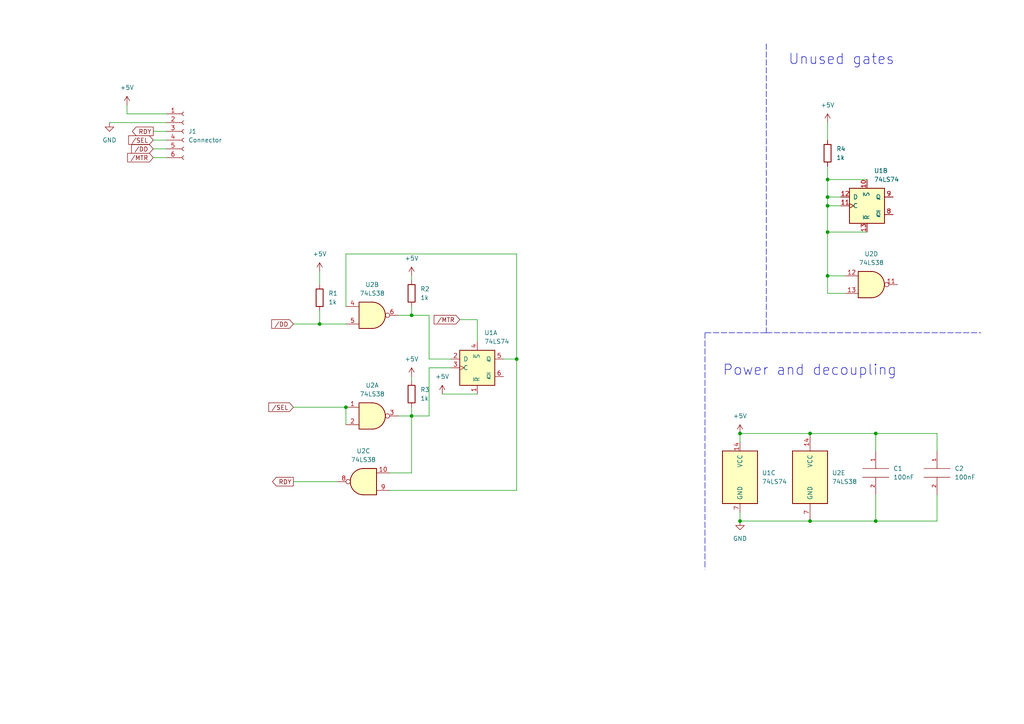
<source format=kicad_sch>
(kicad_sch (version 20211123) (generator eeschema)
  (paper "A4")
  (lib_symbols
    (symbol "74xx:74LS38" (pin_names (offset 1.016))
      (property "Reference" "U" (at 0 1.27 0))
      (property "Value" "74LS38" (at 0 -1.27 0))
      (symbol "74LS38_1_1"
        (arc (start 0 -3.81) (mid 3.81 0) (end 0 3.81) (stroke (width 0.254)) (fill (type background)))
        (polyline (pts (xy 0 3.81) (xy -3.81 3.81) (xy -3.81 -3.81) (xy 0 -3.81)) (stroke (width 0.254)) (fill (type background)))
        (pin input line (at -7.62 2.54 0) (length 3.81) (name "~") (number "1"))
        (pin input line (at -7.62 -2.54 0) (length 3.81) (name "~") (number "2"))
        (pin open_collector inverted (at 7.62 0 180) (length 3.81) (name "~") (number "3"))
      )
      (symbol "74LS38_1_2"
        (arc (start -3.81 -3.81) (mid -2.589 0) (end -3.81 3.81) (stroke (width 0.254)))
        (arc (start -0.6096 -3.81) (mid 2.1842 -2.5851) (end 3.81 0) (stroke (width 0.254)) (fill (type background)))
        (polyline (pts (xy -3.81 -3.81) (xy -0.635 -3.81)) (stroke (width 0.254)) (fill (type background)))
        (polyline (pts (xy -3.81 3.81) (xy -0.635 3.81)) (stroke (width 0.254)) (fill (type background)))
        (polyline (pts (xy -0.635 3.81) (xy -3.81 3.81) (xy -3.81 3.81) (xy -3.556 3.4036) (xy -3.0226 2.2606) (xy -2.6924 1.0414) (xy -2.6162 -0.254) (xy -2.7686 -1.4986) (xy -3.175 -2.7178) (xy -3.81 -3.81) (xy -3.81 -3.81) (xy -0.635 -3.81)) (stroke (width -25.4)) (fill (type background)))
        (arc (start 3.81 0) (mid 2.1915 2.5936) (end -0.6096 3.81) (stroke (width 0.254)) (fill (type background)))
        (pin input inverted (at -7.62 2.54 0) (length 4.318) (name "~") (number "1"))
        (pin input inverted (at -7.62 -2.54 0) (length 4.318) (name "~") (number "2"))
        (pin open_collector line (at 7.62 0 180) (length 3.81) (name "~") (number "3"))
      )
      (symbol "74LS38_2_1"
        (arc (start 0 -3.81) (mid 3.81 0) (end 0 3.81) (stroke (width 0.254)) (fill (type background)))
        (polyline (pts (xy 0 3.81) (xy -3.81 3.81) (xy -3.81 -3.81) (xy 0 -3.81)) (stroke (width 0.254)) (fill (type background)))
        (pin input line (at -7.62 2.54 0) (length 3.81) (name "~") (number "4"))
        (pin input line (at -7.62 -2.54 0) (length 3.81) (name "~") (number "5"))
        (pin open_collector inverted (at 7.62 0 180) (length 3.81) (name "~") (number "6"))
      )
      (symbol "74LS38_2_2"
        (arc (start -3.81 -3.81) (mid -2.589 0) (end -3.81 3.81) (stroke (width 0.254)))
        (arc (start -0.6096 -3.81) (mid 2.1842 -2.5851) (end 3.81 0) (stroke (width 0.254)) (fill (type background)))
        (polyline (pts (xy -3.81 -3.81) (xy -0.635 -3.81)) (stroke (width 0.254)) (fill (type background)))
        (polyline (pts (xy -3.81 3.81) (xy -0.635 3.81)) (stroke (width 0.254)) (fill (type background)))
        (polyline (pts (xy -0.635 3.81) (xy -3.81 3.81) (xy -3.81 3.81) (xy -3.556 3.4036) (xy -3.0226 2.2606) (xy -2.6924 1.0414) (xy -2.6162 -0.254) (xy -2.7686 -1.4986) (xy -3.175 -2.7178) (xy -3.81 -3.81) (xy -3.81 -3.81) (xy -0.635 -3.81)) (stroke (width -25.4)) (fill (type background)))
        (arc (start 3.81 0) (mid 2.1915 2.5936) (end -0.6096 3.81) (stroke (width 0.254)) (fill (type background)))
        (pin input inverted (at -7.62 2.54 0) (length 4.318) (name "~") (number "4"))
        (pin input inverted (at -7.62 -2.54 0) (length 4.318) (name "~") (number "5"))
        (pin open_collector line (at 7.62 0 180) (length 3.81) (name "~") (number "6"))
      )
      (symbol "74LS38_3_1"
        (arc (start 0 -3.81) (mid 3.81 0) (end 0 3.81) (stroke (width 0.254)) (fill (type background)))
        (polyline (pts (xy 0 3.81) (xy -3.81 3.81) (xy -3.81 -3.81) (xy 0 -3.81)) (stroke (width 0.254)) (fill (type background)))
        (pin input line (at -7.62 -2.54 0) (length 3.81) (name "~") (number "10"))
        (pin open_collector inverted (at 7.62 0 180) (length 3.81) (name "~") (number "8"))
        (pin input line (at -7.62 2.54 0) (length 3.81) (name "~") (number "9"))
      )
      (symbol "74LS38_3_2"
        (arc (start -3.81 -3.81) (mid -2.589 0) (end -3.81 3.81) (stroke (width 0.254)))
        (arc (start -0.6096 -3.81) (mid 2.1842 -2.5851) (end 3.81 0) (stroke (width 0.254)) (fill (type background)))
        (polyline (pts (xy -3.81 -3.81) (xy -0.635 -3.81)) (stroke (width 0.254)) (fill (type background)))
        (polyline (pts (xy -3.81 3.81) (xy -0.635 3.81)) (stroke (width 0.254)) (fill (type background)))
        (polyline (pts (xy -0.635 3.81) (xy -3.81 3.81) (xy -3.81 3.81) (xy -3.556 3.4036) (xy -3.0226 2.2606) (xy -2.6924 1.0414) (xy -2.6162 -0.254) (xy -2.7686 -1.4986) (xy -3.175 -2.7178) (xy -3.81 -3.81) (xy -3.81 -3.81) (xy -0.635 -3.81)) (stroke (width -25.4)) (fill (type background)))
        (arc (start 3.81 0) (mid 2.1915 2.5936) (end -0.6096 3.81) (stroke (width 0.254)) (fill (type background)))
        (pin input inverted (at -7.62 -2.54 0) (length 4.318) (name "~") (number "10"))
        (pin open_collector line (at 7.62 0 180) (length 3.81) (name "~") (number "8"))
        (pin input inverted (at -7.62 2.54 0) (length 4.318) (name "~") (number "9"))
      )
      (symbol "74LS38_4_1"
        (arc (start 0 -3.81) (mid 3.81 0) (end 0 3.81) (stroke (width 0.254)) (fill (type background)))
        (polyline (pts (xy 0 3.81) (xy -3.81 3.81) (xy -3.81 -3.81) (xy 0 -3.81)) (stroke (width 0.254)) (fill (type background)))
        (pin open_collector inverted (at 7.62 0 180) (length 3.81) (name "~") (number "11"))
        (pin input line (at -7.62 2.54 0) (length 3.81) (name "~") (number "12"))
        (pin input line (at -7.62 -2.54 0) (length 3.81) (name "~") (number "13"))
      )
      (symbol "74LS38_4_2"
        (arc (start -3.81 -3.81) (mid -2.589 0) (end -3.81 3.81) (stroke (width 0.254)))
        (arc (start -0.6096 -3.81) (mid 2.1842 -2.5851) (end 3.81 0) (stroke (width 0.254)) (fill (type background)))
        (polyline (pts (xy -3.81 -3.81) (xy -0.635 -3.81)) (stroke (width 0.254)) (fill (type background)))
        (polyline (pts (xy -3.81 3.81) (xy -0.635 3.81)) (stroke (width 0.254)) (fill (type background)))
        (polyline (pts (xy -0.635 3.81) (xy -3.81 3.81) (xy -3.81 3.81) (xy -3.556 3.4036) (xy -3.0226 2.2606) (xy -2.6924 1.0414) (xy -2.6162 -0.254) (xy -2.7686 -1.4986) (xy -3.175 -2.7178) (xy -3.81 -3.81) (xy -3.81 -3.81) (xy -0.635 -3.81)) (stroke (width -25.4)) (fill (type background)))
        (arc (start 3.81 0) (mid 2.1915 2.5936) (end -0.6096 3.81) (stroke (width 0.254)) (fill (type background)))
        (pin open_collector line (at 7.62 0 180) (length 3.81) (name "~") (number "11"))
        (pin input inverted (at -7.62 2.54 0) (length 4.318) (name "~") (number "12"))
        (pin input inverted (at -7.62 -2.54 0) (length 4.318) (name "~") (number "13"))
      )
      (symbol "74LS38_5_0"
        (pin power_in line (at 0 12.7 270) (length 5.08) (name "VCC") (number "14"))
        (pin power_in line (at 0 -12.7 90) (length 5.08) (name "GND") (number "7"))
      )
      (symbol "74LS38_5_1"
        (rectangle (start -5.08 7.62) (end 5.08 -7.62) (stroke (width 0.254)) (fill (type background)))
      )
    )
    (symbol "74xx:74LS74" (pin_names (offset 1.016))
      (property "Reference" "U" (at -7.62 8.89 0))
      (property "Value" "74LS74" (at -7.62 -8.89 0))
      (symbol "74LS74_1_0"
        (pin input line (at 0 -7.62 90) (length 2.54) (name "~{R}") (number "1"))
        (pin input line (at -7.62 2.54 0) (length 2.54) (name "D") (number "2"))
        (pin input clock (at -7.62 0 0) (length 2.54) (name "C") (number "3"))
        (pin input line (at 0 7.62 270) (length 2.54) (name "~{S}") (number "4"))
        (pin output line (at 7.62 2.54 180) (length 2.54) (name "Q") (number "5"))
        (pin output line (at 7.62 -2.54 180) (length 2.54) (name "~{Q}") (number "6"))
      )
      (symbol "74LS74_1_1"
        (rectangle (start -5.08 5.08) (end 5.08 -5.08) (stroke (width 0.254)) (fill (type background)))
      )
      (symbol "74LS74_2_0"
        (pin input line (at 0 7.62 270) (length 2.54) (name "~{S}") (number "10"))
        (pin input clock (at -7.62 0 0) (length 2.54) (name "C") (number "11"))
        (pin input line (at -7.62 2.54 0) (length 2.54) (name "D") (number "12"))
        (pin input line (at 0 -7.62 90) (length 2.54) (name "~{R}") (number "13"))
        (pin output line (at 7.62 -2.54 180) (length 2.54) (name "~{Q}") (number "8"))
        (pin output line (at 7.62 2.54 180) (length 2.54) (name "Q") (number "9"))
      )
      (symbol "74LS74_2_1"
        (rectangle (start -5.08 5.08) (end 5.08 -5.08) (stroke (width 0.254)) (fill (type background)))
      )
      (symbol "74LS74_3_0"
        (pin power_in line (at 0 10.16 270) (length 2.54) (name "VCC") (number "14"))
        (pin power_in line (at 0 -10.16 90) (length 2.54) (name "GND") (number "7"))
      )
      (symbol "74LS74_3_1"
        (rectangle (start -5.08 7.62) (end 5.08 -7.62) (stroke (width 0.254)) (fill (type background)))
      )
    )
    (symbol "Connector:Conn_01x06_Female" (pin_names (offset 1.016) hide)
      (property "Reference" "J" (at 0 7.62 0))
      (property "Value" "Conn_01x06_Female" (at 0 -10.16 0))
      (symbol "Conn_01x06_Female_1_1"
        (arc (start 0 -7.112) (mid -0.508 -7.62) (end 0 -8.128) (stroke (width 0.1524)))
        (arc (start 0 -4.572) (mid -0.508 -5.08) (end 0 -5.588) (stroke (width 0.1524)))
        (arc (start 0 -2.032) (mid -0.508 -2.54) (end 0 -3.048) (stroke (width 0.1524)))
        (polyline (pts (xy -1.27 -7.62) (xy -0.508 -7.62)) (stroke (width 0.1524)))
        (polyline (pts (xy -1.27 -5.08) (xy -0.508 -5.08)) (stroke (width 0.1524)))
        (polyline (pts (xy -1.27 -2.54) (xy -0.508 -2.54)) (stroke (width 0.1524)))
        (polyline (pts (xy -1.27 0) (xy -0.508 0)) (stroke (width 0.1524)))
        (polyline (pts (xy -1.27 2.54) (xy -0.508 2.54)) (stroke (width 0.1524)))
        (polyline (pts (xy -1.27 5.08) (xy -0.508 5.08)) (stroke (width 0.1524)))
        (arc (start 0 0.508) (mid -0.508 0) (end 0 -0.508) (stroke (width 0.1524)))
        (arc (start 0 3.048) (mid -0.508 2.54) (end 0 2.032) (stroke (width 0.1524)))
        (arc (start 0 5.588) (mid -0.508 5.08) (end 0 4.572) (stroke (width 0.1524)))
        (pin passive line (at -5.08 5.08 0) (length 3.81) (name "Pin_1") (number "1"))
        (pin passive line (at -5.08 2.54 0) (length 3.81) (name "Pin_2") (number "2"))
        (pin passive line (at -5.08 0 0) (length 3.81) (name "Pin_3") (number "3"))
        (pin passive line (at -5.08 -2.54 0) (length 3.81) (name "Pin_4") (number "4"))
        (pin passive line (at -5.08 -5.08 0) (length 3.81) (name "Pin_5") (number "5"))
        (pin passive line (at -5.08 -7.62 0) (length 3.81) (name "Pin_6") (number "6"))
      )
    )
    (symbol "Device:R" (pin_numbers hide) (pin_names (offset 0))
      (property "Reference" "R" (at 2.032 0 90))
      (property "Value" "R" (at 0 0 90))
      (symbol "R_0_1"
        (rectangle (start -1.016 -2.54) (end 1.016 2.54) (stroke (width 0.254)))
      )
      (symbol "R_1_1"
        (pin passive line (at 0 3.81 270) (length 1.27) (name "~") (number "1"))
        (pin passive line (at 0 -3.81 90) (length 1.27) (name "~") (number "2"))
      )
    )
    (symbol "power:+5V" (power) (pin_names (offset 0))
      (property "Value" "+5V" (at 0 3.556 0))
      (symbol "+5V_0_1"
        (polyline (pts (xy -0.762 1.27) (xy 0 2.54)))
        (polyline (pts (xy 0 0) (xy 0 2.54)))
        (polyline (pts (xy 0 2.54) (xy 0.762 1.27)))
      )
      (symbol "+5V_1_1"
        (pin power_in line (at 0 0 90) (length 0) hide (name "+5V") (number "1"))
      )
    )
    (symbol "power:GND" (power) (pin_names (offset 0))
      (property "Value" "GND" (at 0 -3.81 0))
      (symbol "GND_0_1"
        (polyline (pts (xy 0 0) (xy 0 -1.27) (xy 1.27 -1.27) (xy 0 -2.54) (xy -1.27 -1.27) (xy 0 -1.27)))
      )
      (symbol "GND_1_1"
        (pin power_in line (at 0 0 270) (length 0) hide (name "GND") (number "1"))
      )
    )
    (symbol "pspice:C" (pin_names (offset 0.254))
      (property "Reference" "C" (at 2.54 3.81 90))
      (property "Value" "C" (at 2.54 -3.81 90))
      (symbol "C_0_1"
        (polyline (pts (xy -3.81 -1.27) (xy 3.81 -1.27)))
        (polyline (pts (xy -3.81 1.27) (xy 3.81 1.27)))
      )
      (symbol "C_1_1"
        (pin passive line (at 0 6.35 270) (length 5.08) (name "~") (number "1"))
        (pin passive line (at 0 -6.35 90) (length 5.08) (name "~") (number "2"))
      )
    )
  )
  (junction (at 254 151.13))
  (junction (at 240.03 67.31))
  (junction (at 240.03 80.01))
  (junction (at 214.63 125.73))
  (junction (at 149.86 104.14))
  (junction (at 234.95 125.73))
  (junction (at 240.03 52.07))
  (junction (at 92.71 93.98))
  (junction (at 119.38 91.44))
  (junction (at 234.95 151.13))
  (junction (at 254 125.73))
  (junction (at 214.63 151.13))
  (junction (at 240.03 59.69))
  (junction (at 240.03 57.15))
  (junction (at 119.38 120.65))
  (junction (at 100.33 118.11))
  (wire (pts (xy 100.33 73.66) (xy 100.33 88.9)))
  (wire (pts (xy 119.38 109.22) (xy 119.38 110.49)))
  (wire (pts (xy 36.83 33.02) (xy 48.26 33.02)))
  (wire (pts (xy 149.86 73.66) (xy 149.86 104.14)))
  (wire (pts (xy 92.71 93.98) (xy 100.33 93.98)))
  (wire (pts (xy 240.03 57.15) (xy 240.03 52.07)))
  (wire (pts (xy 119.38 118.11) (xy 119.38 120.65)))
  (wire (pts (xy 124.46 91.44) (xy 124.46 104.14)))
  (wire (pts (xy 119.38 91.44) (xy 124.46 91.44)))
  (wire (pts (xy 119.38 137.16) (xy 119.38 120.65)))
  (wire (pts (xy 113.03 137.16) (xy 119.38 137.16)))
  (wire (pts (xy 234.95 125.73) (xy 254 125.73)))
  (wire (pts (xy 44.45 40.64) (xy 48.26 40.64)))
  (wire (pts (xy 240.03 67.31) (xy 240.03 59.69)))
  (wire (pts (xy 124.46 106.68) (xy 130.81 106.68)))
  (wire (pts (xy 138.43 92.71) (xy 138.43 99.06)))
  (polyline (pts (xy 222.25 96.52) (xy 284.48 96.52)))
  (wire (pts (xy 44.45 45.72) (xy 48.26 45.72)))
  (wire (pts (xy 240.03 67.31) (xy 251.46 67.31)))
  (wire (pts (xy 271.78 151.13) (xy 271.78 143.51)))
  (wire (pts (xy 254 125.73) (xy 271.78 125.73)))
  (wire (pts (xy 100.33 73.66) (xy 149.86 73.66)))
  (wire (pts (xy 31.75 35.56) (xy 48.26 35.56)))
  (wire (pts (xy 234.95 151.13) (xy 254 151.13)))
  (wire (pts (xy 214.63 148.59) (xy 214.63 151.13)))
  (wire (pts (xy 115.57 120.65) (xy 119.38 120.65)))
  (wire (pts (xy 240.03 35.56) (xy 240.03 40.64)))
  (wire (pts (xy 254 151.13) (xy 271.78 151.13)))
  (wire (pts (xy 92.71 90.17) (xy 92.71 93.98)))
  (wire (pts (xy 133.35 92.71) (xy 138.43 92.71)))
  (wire (pts (xy 271.78 125.73) (xy 271.78 130.81)))
  (wire (pts (xy 44.45 38.1) (xy 48.26 38.1)))
  (polyline (pts (xy 204.47 96.52) (xy 204.47 165.1)))
  (wire (pts (xy 254 125.73) (xy 254 130.81)))
  (wire (pts (xy 149.86 104.14) (xy 146.05 104.14)))
  (wire (pts (xy 214.63 125.73) (xy 234.95 125.73)))
  (wire (pts (xy 243.84 57.15) (xy 240.03 57.15)))
  (wire (pts (xy 240.03 85.09) (xy 240.03 80.01)))
  (wire (pts (xy 149.86 104.14) (xy 149.86 142.24)))
  (wire (pts (xy 44.45 43.18) (xy 48.26 43.18)))
  (wire (pts (xy 85.09 93.98) (xy 92.71 93.98)))
  (polyline (pts (xy 222.25 96.52) (xy 204.47 96.52)))
  (wire (pts (xy 113.03 142.24) (xy 149.86 142.24)))
  (wire (pts (xy 85.09 139.7) (xy 97.79 139.7)))
  (wire (pts (xy 124.46 104.14) (xy 130.81 104.14)))
  (wire (pts (xy 240.03 52.07) (xy 251.46 52.07)))
  (wire (pts (xy 254 151.13) (xy 254 143.51)))
  (wire (pts (xy 100.33 118.11) (xy 100.33 123.19)))
  (wire (pts (xy 240.03 48.26) (xy 240.03 52.07)))
  (wire (pts (xy 85.09 118.11) (xy 100.33 118.11)))
  (wire (pts (xy 119.38 120.65) (xy 124.46 120.65)))
  (wire (pts (xy 128.27 114.3) (xy 138.43 114.3)))
  (polyline (pts (xy 222.25 12.7) (xy 222.25 96.52)))
  (wire (pts (xy 124.46 120.65) (xy 124.46 106.68)))
  (wire (pts (xy 245.11 80.01) (xy 240.03 80.01)))
  (wire (pts (xy 92.71 78.74) (xy 92.71 82.55)))
  (wire (pts (xy 115.57 91.44) (xy 119.38 91.44)))
  (wire (pts (xy 240.03 80.01) (xy 240.03 67.31)))
  (wire (pts (xy 214.63 151.13) (xy 234.95 151.13)))
  (wire (pts (xy 214.63 125.73) (xy 214.63 128.27)))
  (wire (pts (xy 119.38 88.9) (xy 119.38 91.44)))
  (wire (pts (xy 243.84 59.69) (xy 240.03 59.69)))
  (wire (pts (xy 240.03 59.69) (xy 240.03 57.15)))
  (wire (pts (xy 245.11 85.09) (xy 240.03 85.09)))
  (wire (pts (xy 36.83 30.48) (xy 36.83 33.02)))
  (wire (pts (xy 119.38 81.28) (xy 119.38 80.01)))
  (text "Power and decoupling" (at 209.55 109.22 0) (effects (font (size 3 3)) (justify left bottom)))
  (text "Unused gates" (at 228.6 19.05 0) (effects (font (size 3 3)) (justify left bottom)))
  (global_label "{slash}MTR" (shape input) (at 44.45 45.72 180) (property "Intersheet References" "${INTERSHEET_REFS}" (effects hide)))
  (global_label "RDY" (shape output) (at 44.45 38.1 180) (property "Intersheet References" "${INTERSHEET_REFS}" (effects hide)))
  (global_label "RDY" (shape output) (at 85.09 139.7 180) (property "Intersheet References" "${INTERSHEET_REFS}" (effects hide)))
  (global_label "{slash}SEL" (shape input) (at 44.45 40.64 180) (property "Intersheet References" "${INTERSHEET_REFS}" (effects hide)))
  (global_label "{slash}MTR" (shape input) (at 133.35 92.71 180) (property "Intersheet References" "${INTERSHEET_REFS}" (effects hide)))
  (global_label "{slash}DD" (shape input) (at 85.09 93.98 180) (property "Intersheet References" "${INTERSHEET_REFS}" (effects hide)))
  (global_label "{slash}DD" (shape input) (at 44.45 43.18 180) (property "Intersheet References" "${INTERSHEET_REFS}" (effects hide)))
  (global_label "{slash}SEL" (shape input) (at 85.09 118.11 180) (property "Intersheet References" "${INTERSHEET_REFS}" (effects hide)))
  (symbol (lib_id "Connector:Conn_01x06_Female") (at 53.34 38.1 0) (unit 1)
    (property "Reference" "J1" (at 54.61 38.0999 0) (effects (justify left)))
    (property "Value" "Connector" (at 54.61 40.6399 0) (effects (justify left)))
    (property "Footprint" "Connector_PinHeader_2.54mm:PinHeader_1x06_P2.54mm_Vertical" (effects hide))
  )
  (symbol (lib_id "74xx:74LS74") (at 251.46 59.69 0) (unit 2)
    (property "Reference" "U1" (at 253.4794 49.53 0) (effects (justify left)))
    (property "Value" "74LS74" (at 253.4794 52.07 0) (effects (justify left)))
    (property "Footprint" "Package_SO:SOIC-14_3.9x8.7mm_P1.27mm" (effects hide))
    (property "Datasheet" "74xx/74hc_hct74.pdf" (effects hide))
  )
  (symbol (lib_id "pspice:C") (at 254 137.16 0) (unit 1)
    (property "Reference" "C1" (at 259.08 135.8899 0) (effects (justify left)))
    (property "Value" "100nF" (at 259.08 138.4299 0) (effects (justify left)))
    (property "Footprint" "Capacitor_SMD:C_0805_2012Metric" (effects hide))
  )
  (symbol (lib_id "Device:R") (at 119.38 85.09 0) (unit 1)
    (property "Reference" "R2" (at 121.92 83.8199 0) (effects (justify left)))
    (property "Value" "1k" (at 121.92 86.3599 0) (effects (justify left)))
    (property "Footprint" "Resistor_SMD:R_0805_2012Metric_Pad1.20x1.40mm_HandSolder" (effects hide))
  )
  (symbol (lib_id "74xx:74LS38") (at 107.95 91.44 0) (unit 2)
    (property "Reference" "U2" (at 107.95 82.55 0))
    (property "Value" "74LS38" (at 107.95 85.09 0))
    (property "Footprint" "Package_SO:SOIC-14_3.9x8.7mm_P1.27mm" (effects hide))
    (property "Datasheet" "http://www.ti.com/lit/gpn/sn74LS38" (effects hide))
  )
  (symbol (lib_id "Device:R") (at 92.71 86.36 0) (unit 1)
    (property "Reference" "R1" (at 95.25 85.0899 0) (effects (justify left)))
    (property "Value" "1k" (at 95.25 87.6299 0) (effects (justify left)))
    (property "Footprint" "Resistor_SMD:R_0805_2012Metric_Pad1.20x1.40mm_HandSolder" (effects hide))
  )
  (symbol (lib_id "power:+5V") (at 240.03 35.56 0) (unit 1)
    (property "Reference" "#PWR0105" (effects hide))
    (property "Value" "+5V" (at 240.03 30.48 0))
  )
  (symbol (lib_id "power:+5V") (at 119.38 80.01 0) (unit 1)
    (property "Reference" "#PWR0103" (effects hide))
    (property "Value" "+5V" (at 119.38 74.93 0))
  )
  (symbol (lib_id "Device:R") (at 119.38 114.3 0) (unit 1)
    (property "Reference" "R3" (at 121.92 113.0299 0) (effects (justify left)))
    (property "Value" "1k" (at 121.92 115.5699 0) (effects (justify left)))
    (property "Footprint" "Resistor_SMD:R_0805_2012Metric_Pad1.20x1.40mm_HandSolder" (effects hide))
  )
  (symbol (lib_id "74xx:74LS38") (at 107.95 120.65 0) (unit 1)
    (property "Reference" "U2" (at 107.95 111.76 0))
    (property "Value" "74LS38" (at 107.95 114.3 0))
    (property "Footprint" "Package_SO:SOIC-14_3.9x8.7mm_P1.27mm" (effects hide))
    (property "Datasheet" "http://www.ti.com/lit/gpn/sn74LS38" (effects hide))
  )
  (symbol (lib_id "Device:R") (at 240.03 44.45 0) (unit 1)
    (property "Reference" "R4" (at 242.57 43.1799 0) (effects (justify left)))
    (property "Value" "1k" (at 242.57 45.7199 0) (effects (justify left)))
    (property "Footprint" "Resistor_SMD:R_0805_2012Metric_Pad1.20x1.40mm_HandSolder" (effects hide))
  )
  (symbol (lib_id "power:+5V") (at 214.63 125.73 0) (unit 1)
    (property "Reference" "#PWR0107" (effects hide))
    (property "Value" "+5V" (at 214.63 120.65 0))
  )
  (symbol (lib_id "74xx:74LS38") (at 252.73 82.55 0) (unit 4)
    (property "Reference" "U2" (at 252.73 73.66 0))
    (property "Value" "74LS38" (at 252.73 76.2 0))
    (property "Footprint" "Package_SO:SOIC-14_3.9x8.7mm_P1.27mm" (effects hide))
    (property "Datasheet" "http://www.ti.com/lit/gpn/sn74LS38" (effects hide))
  )
  (symbol (lib_id "power:+5V") (at 119.38 109.22 0) (unit 1)
    (property "Reference" "#PWR0101" (effects hide))
    (property "Value" "+5V" (at 119.38 104.14 0))
  )
  (symbol (lib_id "74xx:74LS38") (at 234.95 138.43 0) (unit 5)
    (property "Reference" "U2" (at 241.3 137.1599 0) (effects (justify left)))
    (property "Value" "74LS38" (at 241.3 139.6999 0) (effects (justify left)))
    (property "Footprint" "Package_SO:SOIC-14_3.9x8.7mm_P1.27mm" (effects hide))
    (property "Datasheet" "http://www.ti.com/lit/gpn/sn74LS38" (effects hide))
  )
  (symbol (lib_id "power:GND") (at 31.75 35.56 0) (unit 1)
    (property "Reference" "#PWR0109" (effects hide))
    (property "Value" "GND" (at 31.75 40.64 0))
  )
  (symbol (lib_id "74xx:74LS74") (at 138.43 106.68 0) (unit 1)
    (property "Reference" "U1" (at 140.4494 96.52 0) (effects (justify left)))
    (property "Value" "74LS74" (at 140.4494 99.06 0) (effects (justify left)))
    (property "Footprint" "Package_SO:SOIC-14_3.9x8.7mm_P1.27mm" (effects hide))
    (property "Datasheet" "74xx/74hc_hct74.pdf" (effects hide))
  )
  (symbol (lib_id "74xx:74LS74") (at 214.63 138.43 0) (unit 3)
    (property "Reference" "U1" (at 220.98 137.1599 0) (effects (justify left)))
    (property "Value" "74LS74" (at 220.98 139.6999 0) (effects (justify left)))
    (property "Footprint" "Package_SO:SOIC-14_3.9x8.7mm_P1.27mm" (effects hide))
    (property "Datasheet" "74xx/74hc_hct74.pdf" (effects hide))
  )
  (symbol (lib_id "power:+5V") (at 36.83 30.48 0) (unit 1)
    (property "Reference" "#PWR0108" (effects hide))
    (property "Value" "+5V" (at 36.83 25.4 0))
  )
  (symbol (lib_id "74xx:74LS38") (at 105.41 139.7 180) (unit 3)
    (property "Reference" "U2" (at 105.41 130.81 0))
    (property "Value" "74LS38" (at 105.41 133.35 0))
    (property "Footprint" "Package_SO:SOIC-14_3.9x8.7mm_P1.27mm" (effects hide))
    (property "Datasheet" "http://www.ti.com/lit/gpn/sn74LS38" (effects hide))
  )
  (symbol (lib_id "pspice:C") (at 271.78 137.16 0) (unit 1)
    (property "Reference" "C2" (at 276.86 135.8899 0) (effects (justify left)))
    (property "Value" "100nF" (at 276.86 138.4299 0) (effects (justify left)))
    (property "Footprint" "Capacitor_SMD:C_0805_2012Metric" (effects hide))
  )
  (symbol (lib_id "power:+5V") (at 92.71 78.74 0) (unit 1)
    (property "Reference" "#PWR0102" (effects hide))
    (property "Value" "+5V" (at 92.71 73.66 0))
  )
  (symbol (lib_id "power:GND") (at 214.63 151.13 0) (unit 1)
    (property "Reference" "#PWR0106" (effects hide))
    (property "Value" "GND" (at 214.63 156.21 0))
  )
  (symbol (lib_id "power:+5V") (at 128.27 114.3 0) (unit 1)
    (property "Reference" "#PWR0104" (effects hide))
    (property "Value" "+5V" (at 128.27 109.22 0))
  )
)
</source>
